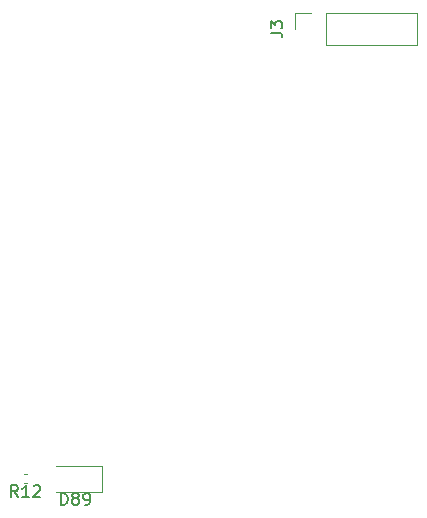
<source format=gbr>
%TF.GenerationSoftware,KiCad,Pcbnew,(7.0.0)*%
%TF.CreationDate,2023-12-09T11:02:40+00:00*%
%TF.ProjectId,TKL_PCB,544b4c5f-5043-4422-9e6b-696361645f70,rev?*%
%TF.SameCoordinates,Original*%
%TF.FileFunction,Legend,Top*%
%TF.FilePolarity,Positive*%
%FSLAX46Y46*%
G04 Gerber Fmt 4.6, Leading zero omitted, Abs format (unit mm)*
G04 Created by KiCad (PCBNEW (7.0.0)) date 2023-12-09 11:02:40*
%MOMM*%
%LPD*%
G01*
G04 APERTURE LIST*
%ADD10C,0.150000*%
%ADD11C,0.120000*%
G04 APERTURE END LIST*
D10*
%TO.C,D89*%
X352798214Y-85531130D02*
X352798214Y-84531130D01*
X352798214Y-84531130D02*
X353036309Y-84531130D01*
X353036309Y-84531130D02*
X353179166Y-84578750D01*
X353179166Y-84578750D02*
X353274404Y-84673988D01*
X353274404Y-84673988D02*
X353322023Y-84769226D01*
X353322023Y-84769226D02*
X353369642Y-84959702D01*
X353369642Y-84959702D02*
X353369642Y-85102559D01*
X353369642Y-85102559D02*
X353322023Y-85293035D01*
X353322023Y-85293035D02*
X353274404Y-85388273D01*
X353274404Y-85388273D02*
X353179166Y-85483511D01*
X353179166Y-85483511D02*
X353036309Y-85531130D01*
X353036309Y-85531130D02*
X352798214Y-85531130D01*
X353941071Y-84959702D02*
X353845833Y-84912083D01*
X353845833Y-84912083D02*
X353798214Y-84864464D01*
X353798214Y-84864464D02*
X353750595Y-84769226D01*
X353750595Y-84769226D02*
X353750595Y-84721607D01*
X353750595Y-84721607D02*
X353798214Y-84626369D01*
X353798214Y-84626369D02*
X353845833Y-84578750D01*
X353845833Y-84578750D02*
X353941071Y-84531130D01*
X353941071Y-84531130D02*
X354131547Y-84531130D01*
X354131547Y-84531130D02*
X354226785Y-84578750D01*
X354226785Y-84578750D02*
X354274404Y-84626369D01*
X354274404Y-84626369D02*
X354322023Y-84721607D01*
X354322023Y-84721607D02*
X354322023Y-84769226D01*
X354322023Y-84769226D02*
X354274404Y-84864464D01*
X354274404Y-84864464D02*
X354226785Y-84912083D01*
X354226785Y-84912083D02*
X354131547Y-84959702D01*
X354131547Y-84959702D02*
X353941071Y-84959702D01*
X353941071Y-84959702D02*
X353845833Y-85007321D01*
X353845833Y-85007321D02*
X353798214Y-85054940D01*
X353798214Y-85054940D02*
X353750595Y-85150178D01*
X353750595Y-85150178D02*
X353750595Y-85340654D01*
X353750595Y-85340654D02*
X353798214Y-85435892D01*
X353798214Y-85435892D02*
X353845833Y-85483511D01*
X353845833Y-85483511D02*
X353941071Y-85531130D01*
X353941071Y-85531130D02*
X354131547Y-85531130D01*
X354131547Y-85531130D02*
X354226785Y-85483511D01*
X354226785Y-85483511D02*
X354274404Y-85435892D01*
X354274404Y-85435892D02*
X354322023Y-85340654D01*
X354322023Y-85340654D02*
X354322023Y-85150178D01*
X354322023Y-85150178D02*
X354274404Y-85054940D01*
X354274404Y-85054940D02*
X354226785Y-85007321D01*
X354226785Y-85007321D02*
X354131547Y-84959702D01*
X354798214Y-85531130D02*
X354988690Y-85531130D01*
X354988690Y-85531130D02*
X355083928Y-85483511D01*
X355083928Y-85483511D02*
X355131547Y-85435892D01*
X355131547Y-85435892D02*
X355226785Y-85293035D01*
X355226785Y-85293035D02*
X355274404Y-85102559D01*
X355274404Y-85102559D02*
X355274404Y-84721607D01*
X355274404Y-84721607D02*
X355226785Y-84626369D01*
X355226785Y-84626369D02*
X355179166Y-84578750D01*
X355179166Y-84578750D02*
X355083928Y-84531130D01*
X355083928Y-84531130D02*
X354893452Y-84531130D01*
X354893452Y-84531130D02*
X354798214Y-84578750D01*
X354798214Y-84578750D02*
X354750595Y-84626369D01*
X354750595Y-84626369D02*
X354702976Y-84721607D01*
X354702976Y-84721607D02*
X354702976Y-84959702D01*
X354702976Y-84959702D02*
X354750595Y-85054940D01*
X354750595Y-85054940D02*
X354798214Y-85102559D01*
X354798214Y-85102559D02*
X354893452Y-85150178D01*
X354893452Y-85150178D02*
X355083928Y-85150178D01*
X355083928Y-85150178D02*
X355179166Y-85102559D01*
X355179166Y-85102559D02*
X355226785Y-85054940D01*
X355226785Y-85054940D02*
X355274404Y-84959702D01*
%TO.C,J3*%
X370546130Y-45572486D02*
X371260416Y-45572486D01*
X371260416Y-45572486D02*
X371403273Y-45620105D01*
X371403273Y-45620105D02*
X371498511Y-45715343D01*
X371498511Y-45715343D02*
X371546130Y-45858200D01*
X371546130Y-45858200D02*
X371546130Y-45953438D01*
X370546130Y-45191533D02*
X370546130Y-44572486D01*
X370546130Y-44572486D02*
X370927083Y-44905819D01*
X370927083Y-44905819D02*
X370927083Y-44762962D01*
X370927083Y-44762962D02*
X370974702Y-44667724D01*
X370974702Y-44667724D02*
X371022321Y-44620105D01*
X371022321Y-44620105D02*
X371117559Y-44572486D01*
X371117559Y-44572486D02*
X371355654Y-44572486D01*
X371355654Y-44572486D02*
X371450892Y-44620105D01*
X371450892Y-44620105D02*
X371498511Y-44667724D01*
X371498511Y-44667724D02*
X371546130Y-44762962D01*
X371546130Y-44762962D02*
X371546130Y-45048676D01*
X371546130Y-45048676D02*
X371498511Y-45143914D01*
X371498511Y-45143914D02*
X371450892Y-45191533D01*
%TO.C,R12*%
X349143392Y-84881130D02*
X348810059Y-84404940D01*
X348571964Y-84881130D02*
X348571964Y-83881130D01*
X348571964Y-83881130D02*
X348952916Y-83881130D01*
X348952916Y-83881130D02*
X349048154Y-83928750D01*
X349048154Y-83928750D02*
X349095773Y-83976369D01*
X349095773Y-83976369D02*
X349143392Y-84071607D01*
X349143392Y-84071607D02*
X349143392Y-84214464D01*
X349143392Y-84214464D02*
X349095773Y-84309702D01*
X349095773Y-84309702D02*
X349048154Y-84357321D01*
X349048154Y-84357321D02*
X348952916Y-84404940D01*
X348952916Y-84404940D02*
X348571964Y-84404940D01*
X350095773Y-84881130D02*
X349524345Y-84881130D01*
X349810059Y-84881130D02*
X349810059Y-83881130D01*
X349810059Y-83881130D02*
X349714821Y-84023988D01*
X349714821Y-84023988D02*
X349619583Y-84119226D01*
X349619583Y-84119226D02*
X349524345Y-84166845D01*
X350476726Y-83976369D02*
X350524345Y-83928750D01*
X350524345Y-83928750D02*
X350619583Y-83881130D01*
X350619583Y-83881130D02*
X350857678Y-83881130D01*
X350857678Y-83881130D02*
X350952916Y-83928750D01*
X350952916Y-83928750D02*
X351000535Y-83976369D01*
X351000535Y-83976369D02*
X351048154Y-84071607D01*
X351048154Y-84071607D02*
X351048154Y-84166845D01*
X351048154Y-84166845D02*
X351000535Y-84309702D01*
X351000535Y-84309702D02*
X350429107Y-84881130D01*
X350429107Y-84881130D02*
X351048154Y-84881130D01*
D11*
%TO.C,D89*%
X356297500Y-84478750D02*
X356297500Y-82208750D01*
X356297500Y-82208750D02*
X352412500Y-82208750D01*
X352412500Y-84478750D02*
X356297500Y-84478750D01*
%TO.C,J3*%
X375218750Y-46569153D02*
X382898750Y-46569153D01*
X375218750Y-46569153D02*
X375218750Y-43909153D01*
X382898750Y-46569153D02*
X382898750Y-43909153D01*
X372618750Y-45239153D02*
X372618750Y-43909153D01*
X372618750Y-43909153D02*
X373948750Y-43909153D01*
X375218750Y-43909153D02*
X382898750Y-43909153D01*
%TO.C,R12*%
X349939891Y-83723750D02*
X349632609Y-83723750D01*
X349939891Y-82963750D02*
X349632609Y-82963750D01*
%TD*%
M02*

</source>
